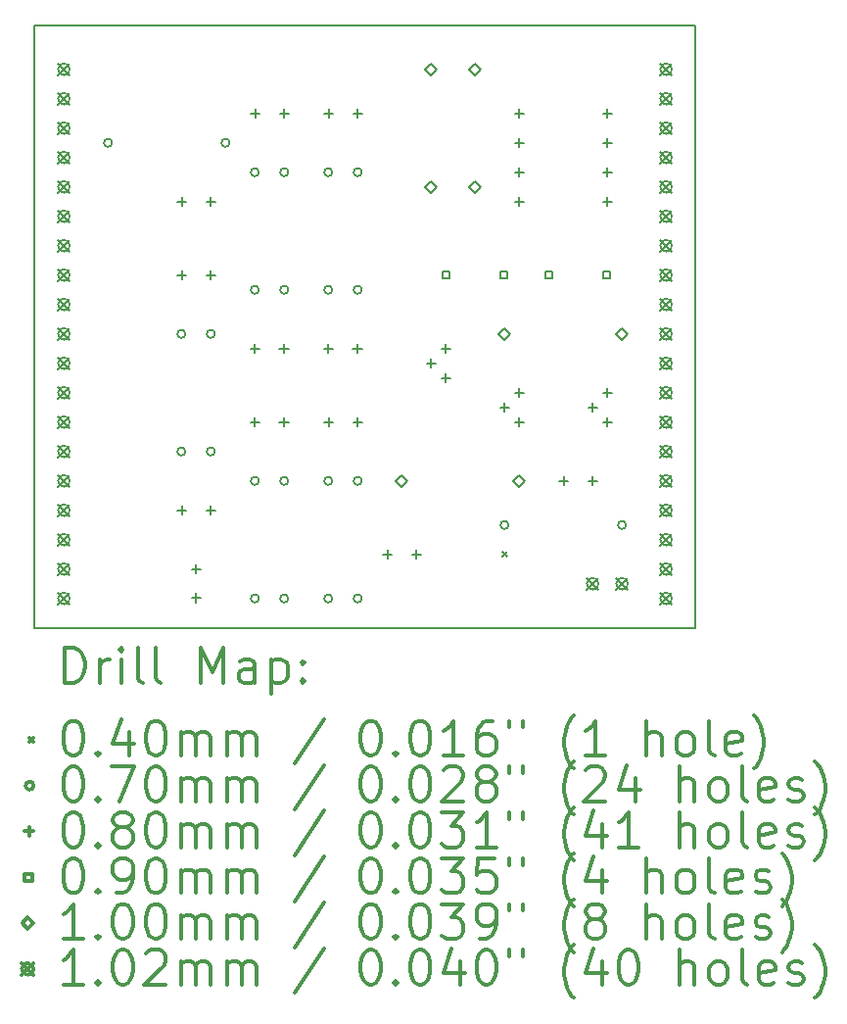
<source format=gbr>
%FSLAX45Y45*%
G04 Gerber Fmt 4.5, Leading zero omitted, Abs format (unit mm)*
G04 Created by KiCad (PCBNEW 4.0.3+e1-6302~38~ubuntu16.04.1-stable) date Thu Aug 25 11:42:16 2016*
%MOMM*%
%LPD*%
G01*
G04 APERTURE LIST*
%ADD10C,0.127000*%
%ADD11C,0.150000*%
%ADD12C,0.200000*%
%ADD13C,0.300000*%
G04 APERTURE END LIST*
D10*
D11*
X12827000Y-3175000D02*
X7112000Y-3175000D01*
X12827000Y-8382000D02*
X12827000Y-3175000D01*
X7112000Y-8382000D02*
X12827000Y-8382000D01*
X7112000Y-3175000D02*
X7112000Y-8382000D01*
D12*
X11156000Y-7727000D02*
X11196000Y-7767000D01*
X11196000Y-7727000D02*
X11156000Y-7767000D01*
X7782104Y-4190746D02*
G75*
G03X7782104Y-4190746I-35052J0D01*
G01*
X8416798Y-5841948D02*
G75*
G03X8416798Y-5841948I-35052J0D01*
G01*
X8416798Y-6857948D02*
G75*
G03X8416798Y-6857948I-35052J0D01*
G01*
X8671306Y-5842052D02*
G75*
G03X8671306Y-5842052I-35052J0D01*
G01*
X8671306Y-6858052D02*
G75*
G03X8671306Y-6858052I-35052J0D01*
G01*
X8798104Y-4190746D02*
G75*
G03X8798104Y-4190746I-35052J0D01*
G01*
X9051798Y-4444948D02*
G75*
G03X9051798Y-4444948I-35052J0D01*
G01*
X9051798Y-5460948D02*
G75*
G03X9051798Y-5460948I-35052J0D01*
G01*
X9052306Y-7112052D02*
G75*
G03X9052306Y-7112052I-35052J0D01*
G01*
X9052306Y-8128052D02*
G75*
G03X9052306Y-8128052I-35052J0D01*
G01*
X9305798Y-7111948D02*
G75*
G03X9305798Y-7111948I-35052J0D01*
G01*
X9305798Y-8127948D02*
G75*
G03X9305798Y-8127948I-35052J0D01*
G01*
X9306306Y-4445052D02*
G75*
G03X9306306Y-4445052I-35052J0D01*
G01*
X9306306Y-5461052D02*
G75*
G03X9306306Y-5461052I-35052J0D01*
G01*
X9686798Y-4444948D02*
G75*
G03X9686798Y-4444948I-35052J0D01*
G01*
X9686798Y-5460948D02*
G75*
G03X9686798Y-5460948I-35052J0D01*
G01*
X9686798Y-7111948D02*
G75*
G03X9686798Y-7111948I-35052J0D01*
G01*
X9686798Y-8127948D02*
G75*
G03X9686798Y-8127948I-35052J0D01*
G01*
X9941306Y-4445052D02*
G75*
G03X9941306Y-4445052I-35052J0D01*
G01*
X9941306Y-5461052D02*
G75*
G03X9941306Y-5461052I-35052J0D01*
G01*
X9941306Y-7112052D02*
G75*
G03X9941306Y-7112052I-35052J0D01*
G01*
X9941306Y-8128052D02*
G75*
G03X9941306Y-8128052I-35052J0D01*
G01*
X11211000Y-7493254D02*
G75*
G03X11211000Y-7493254I-35052J0D01*
G01*
X12227000Y-7493254D02*
G75*
G03X12227000Y-7493254I-35052J0D01*
G01*
X8386000Y-4659000D02*
X8386000Y-4739000D01*
X8346000Y-4699000D02*
X8426000Y-4699000D01*
X8386000Y-5294000D02*
X8386000Y-5374000D01*
X8346000Y-5334000D02*
X8426000Y-5334000D01*
X8386000Y-7326000D02*
X8386000Y-7406000D01*
X8346000Y-7366000D02*
X8426000Y-7366000D01*
X8509000Y-7834000D02*
X8509000Y-7914000D01*
X8469000Y-7874000D02*
X8549000Y-7874000D01*
X8509000Y-8084000D02*
X8509000Y-8164000D01*
X8469000Y-8124000D02*
X8549000Y-8124000D01*
X8636000Y-4659000D02*
X8636000Y-4739000D01*
X8596000Y-4699000D02*
X8676000Y-4699000D01*
X8636000Y-5294000D02*
X8636000Y-5374000D01*
X8596000Y-5334000D02*
X8676000Y-5334000D01*
X8636000Y-7326000D02*
X8636000Y-7406000D01*
X8596000Y-7366000D02*
X8676000Y-7366000D01*
X9017000Y-5929000D02*
X9017000Y-6009000D01*
X8977000Y-5969000D02*
X9057000Y-5969000D01*
X9017000Y-6564000D02*
X9017000Y-6644000D01*
X8977000Y-6604000D02*
X9057000Y-6604000D01*
X9021000Y-3897000D02*
X9021000Y-3977000D01*
X8981000Y-3937000D02*
X9061000Y-3937000D01*
X9267000Y-5929000D02*
X9267000Y-6009000D01*
X9227000Y-5969000D02*
X9307000Y-5969000D01*
X9267000Y-6564000D02*
X9267000Y-6644000D01*
X9227000Y-6604000D02*
X9307000Y-6604000D01*
X9271000Y-3897000D02*
X9271000Y-3977000D01*
X9231000Y-3937000D02*
X9311000Y-3937000D01*
X9652000Y-5929000D02*
X9652000Y-6009000D01*
X9612000Y-5969000D02*
X9692000Y-5969000D01*
X9656000Y-3897000D02*
X9656000Y-3977000D01*
X9616000Y-3937000D02*
X9696000Y-3937000D01*
X9656000Y-6564000D02*
X9656000Y-6644000D01*
X9616000Y-6604000D02*
X9696000Y-6604000D01*
X9902000Y-5929000D02*
X9902000Y-6009000D01*
X9862000Y-5969000D02*
X9942000Y-5969000D01*
X9906000Y-3897000D02*
X9906000Y-3977000D01*
X9866000Y-3937000D02*
X9946000Y-3937000D01*
X9906000Y-6564000D02*
X9906000Y-6644000D01*
X9866000Y-6604000D02*
X9946000Y-6604000D01*
X10164000Y-7707000D02*
X10164000Y-7787000D01*
X10124000Y-7747000D02*
X10204000Y-7747000D01*
X10414000Y-7707000D02*
X10414000Y-7787000D01*
X10374000Y-7747000D02*
X10454000Y-7747000D01*
X10541000Y-6056000D02*
X10541000Y-6136000D01*
X10501000Y-6096000D02*
X10581000Y-6096000D01*
X10668000Y-5929000D02*
X10668000Y-6009000D01*
X10628000Y-5969000D02*
X10708000Y-5969000D01*
X10668000Y-6183000D02*
X10668000Y-6263000D01*
X10628000Y-6223000D02*
X10708000Y-6223000D01*
X11176000Y-6437000D02*
X11176000Y-6517000D01*
X11136000Y-6477000D02*
X11216000Y-6477000D01*
X11303000Y-3897000D02*
X11303000Y-3977000D01*
X11263000Y-3937000D02*
X11343000Y-3937000D01*
X11303000Y-4151000D02*
X11303000Y-4231000D01*
X11263000Y-4191000D02*
X11343000Y-4191000D01*
X11303000Y-4405000D02*
X11303000Y-4485000D01*
X11263000Y-4445000D02*
X11343000Y-4445000D01*
X11303000Y-4659000D02*
X11303000Y-4739000D01*
X11263000Y-4699000D02*
X11343000Y-4699000D01*
X11303000Y-6310000D02*
X11303000Y-6390000D01*
X11263000Y-6350000D02*
X11343000Y-6350000D01*
X11303000Y-6564000D02*
X11303000Y-6644000D01*
X11263000Y-6604000D02*
X11343000Y-6604000D01*
X11688000Y-7072000D02*
X11688000Y-7152000D01*
X11648000Y-7112000D02*
X11728000Y-7112000D01*
X11938000Y-6437000D02*
X11938000Y-6517000D01*
X11898000Y-6477000D02*
X11978000Y-6477000D01*
X11938000Y-7072000D02*
X11938000Y-7152000D01*
X11898000Y-7112000D02*
X11978000Y-7112000D01*
X12065000Y-3897000D02*
X12065000Y-3977000D01*
X12025000Y-3937000D02*
X12105000Y-3937000D01*
X12065000Y-4151000D02*
X12065000Y-4231000D01*
X12025000Y-4191000D02*
X12105000Y-4191000D01*
X12065000Y-4405000D02*
X12065000Y-4485000D01*
X12025000Y-4445000D02*
X12105000Y-4445000D01*
X12065000Y-4659000D02*
X12065000Y-4739000D01*
X12025000Y-4699000D02*
X12105000Y-4699000D01*
X12065000Y-6310000D02*
X12065000Y-6390000D01*
X12025000Y-6350000D02*
X12105000Y-6350000D01*
X12065000Y-6564000D02*
X12065000Y-6644000D01*
X12025000Y-6604000D02*
X12105000Y-6604000D01*
X10699820Y-5365820D02*
X10699820Y-5302180D01*
X10636180Y-5302180D01*
X10636180Y-5365820D01*
X10699820Y-5365820D01*
X11199820Y-5365820D02*
X11199820Y-5302180D01*
X11136180Y-5302180D01*
X11136180Y-5365820D01*
X11199820Y-5365820D01*
X11588820Y-5365820D02*
X11588820Y-5302180D01*
X11525180Y-5302180D01*
X11525180Y-5365820D01*
X11588820Y-5365820D01*
X12088820Y-5365820D02*
X12088820Y-5302180D01*
X12025180Y-5302180D01*
X12025180Y-5365820D01*
X12088820Y-5365820D01*
X10287000Y-7162038D02*
X10337038Y-7112000D01*
X10287000Y-7061962D01*
X10236962Y-7112000D01*
X10287000Y-7162038D01*
X10541000Y-3606038D02*
X10591038Y-3556000D01*
X10541000Y-3505962D01*
X10490962Y-3556000D01*
X10541000Y-3606038D01*
X10541000Y-4622038D02*
X10591038Y-4572000D01*
X10541000Y-4521962D01*
X10490962Y-4572000D01*
X10541000Y-4622038D01*
X10922000Y-3606038D02*
X10972038Y-3556000D01*
X10922000Y-3505962D01*
X10871962Y-3556000D01*
X10922000Y-3606038D01*
X10922000Y-4622038D02*
X10972038Y-4572000D01*
X10922000Y-4521962D01*
X10871962Y-4572000D01*
X10922000Y-4622038D01*
X11176000Y-5892038D02*
X11226038Y-5842000D01*
X11176000Y-5791962D01*
X11125962Y-5842000D01*
X11176000Y-5892038D01*
X11303000Y-7162038D02*
X11353038Y-7112000D01*
X11303000Y-7061962D01*
X11252962Y-7112000D01*
X11303000Y-7162038D01*
X12192000Y-5892038D02*
X12242038Y-5842000D01*
X12192000Y-5791962D01*
X12141962Y-5842000D01*
X12192000Y-5892038D01*
X7315200Y-3505200D02*
X7416800Y-3606800D01*
X7416800Y-3505200D02*
X7315200Y-3606800D01*
X7416800Y-3556000D02*
G75*
G03X7416800Y-3556000I-50800J0D01*
G01*
X7315200Y-3759200D02*
X7416800Y-3860800D01*
X7416800Y-3759200D02*
X7315200Y-3860800D01*
X7416800Y-3810000D02*
G75*
G03X7416800Y-3810000I-50800J0D01*
G01*
X7315200Y-4013200D02*
X7416800Y-4114800D01*
X7416800Y-4013200D02*
X7315200Y-4114800D01*
X7416800Y-4064000D02*
G75*
G03X7416800Y-4064000I-50800J0D01*
G01*
X7315200Y-4267200D02*
X7416800Y-4368800D01*
X7416800Y-4267200D02*
X7315200Y-4368800D01*
X7416800Y-4318000D02*
G75*
G03X7416800Y-4318000I-50800J0D01*
G01*
X7315200Y-4521200D02*
X7416800Y-4622800D01*
X7416800Y-4521200D02*
X7315200Y-4622800D01*
X7416800Y-4572000D02*
G75*
G03X7416800Y-4572000I-50800J0D01*
G01*
X7315200Y-4775200D02*
X7416800Y-4876800D01*
X7416800Y-4775200D02*
X7315200Y-4876800D01*
X7416800Y-4826000D02*
G75*
G03X7416800Y-4826000I-50800J0D01*
G01*
X7315200Y-5029200D02*
X7416800Y-5130800D01*
X7416800Y-5029200D02*
X7315200Y-5130800D01*
X7416800Y-5080000D02*
G75*
G03X7416800Y-5080000I-50800J0D01*
G01*
X7315200Y-5283200D02*
X7416800Y-5384800D01*
X7416800Y-5283200D02*
X7315200Y-5384800D01*
X7416800Y-5334000D02*
G75*
G03X7416800Y-5334000I-50800J0D01*
G01*
X7315200Y-5537200D02*
X7416800Y-5638800D01*
X7416800Y-5537200D02*
X7315200Y-5638800D01*
X7416800Y-5588000D02*
G75*
G03X7416800Y-5588000I-50800J0D01*
G01*
X7315200Y-5791200D02*
X7416800Y-5892800D01*
X7416800Y-5791200D02*
X7315200Y-5892800D01*
X7416800Y-5842000D02*
G75*
G03X7416800Y-5842000I-50800J0D01*
G01*
X7315200Y-6045200D02*
X7416800Y-6146800D01*
X7416800Y-6045200D02*
X7315200Y-6146800D01*
X7416800Y-6096000D02*
G75*
G03X7416800Y-6096000I-50800J0D01*
G01*
X7315200Y-6299200D02*
X7416800Y-6400800D01*
X7416800Y-6299200D02*
X7315200Y-6400800D01*
X7416800Y-6350000D02*
G75*
G03X7416800Y-6350000I-50800J0D01*
G01*
X7315200Y-6553200D02*
X7416800Y-6654800D01*
X7416800Y-6553200D02*
X7315200Y-6654800D01*
X7416800Y-6604000D02*
G75*
G03X7416800Y-6604000I-50800J0D01*
G01*
X7315200Y-6807200D02*
X7416800Y-6908800D01*
X7416800Y-6807200D02*
X7315200Y-6908800D01*
X7416800Y-6858000D02*
G75*
G03X7416800Y-6858000I-50800J0D01*
G01*
X7315200Y-7061200D02*
X7416800Y-7162800D01*
X7416800Y-7061200D02*
X7315200Y-7162800D01*
X7416800Y-7112000D02*
G75*
G03X7416800Y-7112000I-50800J0D01*
G01*
X7315200Y-7315200D02*
X7416800Y-7416800D01*
X7416800Y-7315200D02*
X7315200Y-7416800D01*
X7416800Y-7366000D02*
G75*
G03X7416800Y-7366000I-50800J0D01*
G01*
X7315200Y-7569200D02*
X7416800Y-7670800D01*
X7416800Y-7569200D02*
X7315200Y-7670800D01*
X7416800Y-7620000D02*
G75*
G03X7416800Y-7620000I-50800J0D01*
G01*
X7315200Y-7823200D02*
X7416800Y-7924800D01*
X7416800Y-7823200D02*
X7315200Y-7924800D01*
X7416800Y-7874000D02*
G75*
G03X7416800Y-7874000I-50800J0D01*
G01*
X7315200Y-8077200D02*
X7416800Y-8178800D01*
X7416800Y-8077200D02*
X7315200Y-8178800D01*
X7416800Y-8128000D02*
G75*
G03X7416800Y-8128000I-50800J0D01*
G01*
X11887200Y-7950200D02*
X11988800Y-8051800D01*
X11988800Y-7950200D02*
X11887200Y-8051800D01*
X11988800Y-8001000D02*
G75*
G03X11988800Y-8001000I-50800J0D01*
G01*
X12141200Y-7950200D02*
X12242800Y-8051800D01*
X12242800Y-7950200D02*
X12141200Y-8051800D01*
X12242800Y-8001000D02*
G75*
G03X12242800Y-8001000I-50800J0D01*
G01*
X12522200Y-3505200D02*
X12623800Y-3606800D01*
X12623800Y-3505200D02*
X12522200Y-3606800D01*
X12623800Y-3556000D02*
G75*
G03X12623800Y-3556000I-50800J0D01*
G01*
X12522200Y-3759200D02*
X12623800Y-3860800D01*
X12623800Y-3759200D02*
X12522200Y-3860800D01*
X12623800Y-3810000D02*
G75*
G03X12623800Y-3810000I-50800J0D01*
G01*
X12522200Y-4013200D02*
X12623800Y-4114800D01*
X12623800Y-4013200D02*
X12522200Y-4114800D01*
X12623800Y-4064000D02*
G75*
G03X12623800Y-4064000I-50800J0D01*
G01*
X12522200Y-4267200D02*
X12623800Y-4368800D01*
X12623800Y-4267200D02*
X12522200Y-4368800D01*
X12623800Y-4318000D02*
G75*
G03X12623800Y-4318000I-50800J0D01*
G01*
X12522200Y-4521200D02*
X12623800Y-4622800D01*
X12623800Y-4521200D02*
X12522200Y-4622800D01*
X12623800Y-4572000D02*
G75*
G03X12623800Y-4572000I-50800J0D01*
G01*
X12522200Y-4775200D02*
X12623800Y-4876800D01*
X12623800Y-4775200D02*
X12522200Y-4876800D01*
X12623800Y-4826000D02*
G75*
G03X12623800Y-4826000I-50800J0D01*
G01*
X12522200Y-5029200D02*
X12623800Y-5130800D01*
X12623800Y-5029200D02*
X12522200Y-5130800D01*
X12623800Y-5080000D02*
G75*
G03X12623800Y-5080000I-50800J0D01*
G01*
X12522200Y-5283200D02*
X12623800Y-5384800D01*
X12623800Y-5283200D02*
X12522200Y-5384800D01*
X12623800Y-5334000D02*
G75*
G03X12623800Y-5334000I-50800J0D01*
G01*
X12522200Y-5537200D02*
X12623800Y-5638800D01*
X12623800Y-5537200D02*
X12522200Y-5638800D01*
X12623800Y-5588000D02*
G75*
G03X12623800Y-5588000I-50800J0D01*
G01*
X12522200Y-5791200D02*
X12623800Y-5892800D01*
X12623800Y-5791200D02*
X12522200Y-5892800D01*
X12623800Y-5842000D02*
G75*
G03X12623800Y-5842000I-50800J0D01*
G01*
X12522200Y-6045200D02*
X12623800Y-6146800D01*
X12623800Y-6045200D02*
X12522200Y-6146800D01*
X12623800Y-6096000D02*
G75*
G03X12623800Y-6096000I-50800J0D01*
G01*
X12522200Y-6299200D02*
X12623800Y-6400800D01*
X12623800Y-6299200D02*
X12522200Y-6400800D01*
X12623800Y-6350000D02*
G75*
G03X12623800Y-6350000I-50800J0D01*
G01*
X12522200Y-6553200D02*
X12623800Y-6654800D01*
X12623800Y-6553200D02*
X12522200Y-6654800D01*
X12623800Y-6604000D02*
G75*
G03X12623800Y-6604000I-50800J0D01*
G01*
X12522200Y-6807200D02*
X12623800Y-6908800D01*
X12623800Y-6807200D02*
X12522200Y-6908800D01*
X12623800Y-6858000D02*
G75*
G03X12623800Y-6858000I-50800J0D01*
G01*
X12522200Y-7061200D02*
X12623800Y-7162800D01*
X12623800Y-7061200D02*
X12522200Y-7162800D01*
X12623800Y-7112000D02*
G75*
G03X12623800Y-7112000I-50800J0D01*
G01*
X12522200Y-7315200D02*
X12623800Y-7416800D01*
X12623800Y-7315200D02*
X12522200Y-7416800D01*
X12623800Y-7366000D02*
G75*
G03X12623800Y-7366000I-50800J0D01*
G01*
X12522200Y-7569200D02*
X12623800Y-7670800D01*
X12623800Y-7569200D02*
X12522200Y-7670800D01*
X12623800Y-7620000D02*
G75*
G03X12623800Y-7620000I-50800J0D01*
G01*
X12522200Y-7823200D02*
X12623800Y-7924800D01*
X12623800Y-7823200D02*
X12522200Y-7924800D01*
X12623800Y-7874000D02*
G75*
G03X12623800Y-7874000I-50800J0D01*
G01*
X12522200Y-8077200D02*
X12623800Y-8178800D01*
X12623800Y-8077200D02*
X12522200Y-8178800D01*
X12623800Y-8128000D02*
G75*
G03X12623800Y-8128000I-50800J0D01*
G01*
D13*
X7375928Y-8855214D02*
X7375928Y-8555214D01*
X7447357Y-8555214D01*
X7490214Y-8569500D01*
X7518786Y-8598072D01*
X7533071Y-8626643D01*
X7547357Y-8683786D01*
X7547357Y-8726643D01*
X7533071Y-8783786D01*
X7518786Y-8812357D01*
X7490214Y-8840929D01*
X7447357Y-8855214D01*
X7375928Y-8855214D01*
X7675928Y-8855214D02*
X7675928Y-8655214D01*
X7675928Y-8712357D02*
X7690214Y-8683786D01*
X7704500Y-8669500D01*
X7733071Y-8655214D01*
X7761643Y-8655214D01*
X7861643Y-8855214D02*
X7861643Y-8655214D01*
X7861643Y-8555214D02*
X7847357Y-8569500D01*
X7861643Y-8583786D01*
X7875928Y-8569500D01*
X7861643Y-8555214D01*
X7861643Y-8583786D01*
X8047357Y-8855214D02*
X8018786Y-8840929D01*
X8004500Y-8812357D01*
X8004500Y-8555214D01*
X8204500Y-8855214D02*
X8175928Y-8840929D01*
X8161643Y-8812357D01*
X8161643Y-8555214D01*
X8547357Y-8855214D02*
X8547357Y-8555214D01*
X8647357Y-8769500D01*
X8747357Y-8555214D01*
X8747357Y-8855214D01*
X9018786Y-8855214D02*
X9018786Y-8698072D01*
X9004500Y-8669500D01*
X8975929Y-8655214D01*
X8918786Y-8655214D01*
X8890214Y-8669500D01*
X9018786Y-8840929D02*
X8990214Y-8855214D01*
X8918786Y-8855214D01*
X8890214Y-8840929D01*
X8875929Y-8812357D01*
X8875929Y-8783786D01*
X8890214Y-8755214D01*
X8918786Y-8740929D01*
X8990214Y-8740929D01*
X9018786Y-8726643D01*
X9161643Y-8655214D02*
X9161643Y-8955214D01*
X9161643Y-8669500D02*
X9190214Y-8655214D01*
X9247357Y-8655214D01*
X9275929Y-8669500D01*
X9290214Y-8683786D01*
X9304500Y-8712357D01*
X9304500Y-8798072D01*
X9290214Y-8826643D01*
X9275929Y-8840929D01*
X9247357Y-8855214D01*
X9190214Y-8855214D01*
X9161643Y-8840929D01*
X9433071Y-8826643D02*
X9447357Y-8840929D01*
X9433071Y-8855214D01*
X9418786Y-8840929D01*
X9433071Y-8826643D01*
X9433071Y-8855214D01*
X9433071Y-8669500D02*
X9447357Y-8683786D01*
X9433071Y-8698072D01*
X9418786Y-8683786D01*
X9433071Y-8669500D01*
X9433071Y-8698072D01*
X7064500Y-9329500D02*
X7104500Y-9369500D01*
X7104500Y-9329500D02*
X7064500Y-9369500D01*
X7433071Y-9185214D02*
X7461643Y-9185214D01*
X7490214Y-9199500D01*
X7504500Y-9213786D01*
X7518786Y-9242357D01*
X7533071Y-9299500D01*
X7533071Y-9370929D01*
X7518786Y-9428072D01*
X7504500Y-9456643D01*
X7490214Y-9470929D01*
X7461643Y-9485214D01*
X7433071Y-9485214D01*
X7404500Y-9470929D01*
X7390214Y-9456643D01*
X7375928Y-9428072D01*
X7361643Y-9370929D01*
X7361643Y-9299500D01*
X7375928Y-9242357D01*
X7390214Y-9213786D01*
X7404500Y-9199500D01*
X7433071Y-9185214D01*
X7661643Y-9456643D02*
X7675928Y-9470929D01*
X7661643Y-9485214D01*
X7647357Y-9470929D01*
X7661643Y-9456643D01*
X7661643Y-9485214D01*
X7933071Y-9285214D02*
X7933071Y-9485214D01*
X7861643Y-9170929D02*
X7790214Y-9385214D01*
X7975928Y-9385214D01*
X8147357Y-9185214D02*
X8175928Y-9185214D01*
X8204500Y-9199500D01*
X8218786Y-9213786D01*
X8233071Y-9242357D01*
X8247357Y-9299500D01*
X8247357Y-9370929D01*
X8233071Y-9428072D01*
X8218786Y-9456643D01*
X8204500Y-9470929D01*
X8175928Y-9485214D01*
X8147357Y-9485214D01*
X8118786Y-9470929D01*
X8104500Y-9456643D01*
X8090214Y-9428072D01*
X8075928Y-9370929D01*
X8075928Y-9299500D01*
X8090214Y-9242357D01*
X8104500Y-9213786D01*
X8118786Y-9199500D01*
X8147357Y-9185214D01*
X8375928Y-9485214D02*
X8375928Y-9285214D01*
X8375928Y-9313786D02*
X8390214Y-9299500D01*
X8418786Y-9285214D01*
X8461643Y-9285214D01*
X8490214Y-9299500D01*
X8504500Y-9328072D01*
X8504500Y-9485214D01*
X8504500Y-9328072D02*
X8518786Y-9299500D01*
X8547357Y-9285214D01*
X8590214Y-9285214D01*
X8618786Y-9299500D01*
X8633071Y-9328072D01*
X8633071Y-9485214D01*
X8775929Y-9485214D02*
X8775929Y-9285214D01*
X8775929Y-9313786D02*
X8790214Y-9299500D01*
X8818786Y-9285214D01*
X8861643Y-9285214D01*
X8890214Y-9299500D01*
X8904500Y-9328072D01*
X8904500Y-9485214D01*
X8904500Y-9328072D02*
X8918786Y-9299500D01*
X8947357Y-9285214D01*
X8990214Y-9285214D01*
X9018786Y-9299500D01*
X9033071Y-9328072D01*
X9033071Y-9485214D01*
X9618786Y-9170929D02*
X9361643Y-9556643D01*
X10004500Y-9185214D02*
X10033071Y-9185214D01*
X10061643Y-9199500D01*
X10075928Y-9213786D01*
X10090214Y-9242357D01*
X10104500Y-9299500D01*
X10104500Y-9370929D01*
X10090214Y-9428072D01*
X10075928Y-9456643D01*
X10061643Y-9470929D01*
X10033071Y-9485214D01*
X10004500Y-9485214D01*
X9975928Y-9470929D01*
X9961643Y-9456643D01*
X9947357Y-9428072D01*
X9933071Y-9370929D01*
X9933071Y-9299500D01*
X9947357Y-9242357D01*
X9961643Y-9213786D01*
X9975928Y-9199500D01*
X10004500Y-9185214D01*
X10233071Y-9456643D02*
X10247357Y-9470929D01*
X10233071Y-9485214D01*
X10218786Y-9470929D01*
X10233071Y-9456643D01*
X10233071Y-9485214D01*
X10433071Y-9185214D02*
X10461643Y-9185214D01*
X10490214Y-9199500D01*
X10504500Y-9213786D01*
X10518786Y-9242357D01*
X10533071Y-9299500D01*
X10533071Y-9370929D01*
X10518786Y-9428072D01*
X10504500Y-9456643D01*
X10490214Y-9470929D01*
X10461643Y-9485214D01*
X10433071Y-9485214D01*
X10404500Y-9470929D01*
X10390214Y-9456643D01*
X10375928Y-9428072D01*
X10361643Y-9370929D01*
X10361643Y-9299500D01*
X10375928Y-9242357D01*
X10390214Y-9213786D01*
X10404500Y-9199500D01*
X10433071Y-9185214D01*
X10818786Y-9485214D02*
X10647357Y-9485214D01*
X10733071Y-9485214D02*
X10733071Y-9185214D01*
X10704500Y-9228072D01*
X10675928Y-9256643D01*
X10647357Y-9270929D01*
X11075928Y-9185214D02*
X11018786Y-9185214D01*
X10990214Y-9199500D01*
X10975928Y-9213786D01*
X10947357Y-9256643D01*
X10933071Y-9313786D01*
X10933071Y-9428072D01*
X10947357Y-9456643D01*
X10961643Y-9470929D01*
X10990214Y-9485214D01*
X11047357Y-9485214D01*
X11075928Y-9470929D01*
X11090214Y-9456643D01*
X11104500Y-9428072D01*
X11104500Y-9356643D01*
X11090214Y-9328072D01*
X11075928Y-9313786D01*
X11047357Y-9299500D01*
X10990214Y-9299500D01*
X10961643Y-9313786D01*
X10947357Y-9328072D01*
X10933071Y-9356643D01*
X11218786Y-9185214D02*
X11218786Y-9242357D01*
X11333071Y-9185214D02*
X11333071Y-9242357D01*
X11775928Y-9599500D02*
X11761643Y-9585214D01*
X11733071Y-9542357D01*
X11718785Y-9513786D01*
X11704500Y-9470929D01*
X11690214Y-9399500D01*
X11690214Y-9342357D01*
X11704500Y-9270929D01*
X11718785Y-9228072D01*
X11733071Y-9199500D01*
X11761643Y-9156643D01*
X11775928Y-9142357D01*
X12047357Y-9485214D02*
X11875928Y-9485214D01*
X11961643Y-9485214D02*
X11961643Y-9185214D01*
X11933071Y-9228072D01*
X11904500Y-9256643D01*
X11875928Y-9270929D01*
X12404500Y-9485214D02*
X12404500Y-9185214D01*
X12533071Y-9485214D02*
X12533071Y-9328072D01*
X12518785Y-9299500D01*
X12490214Y-9285214D01*
X12447357Y-9285214D01*
X12418785Y-9299500D01*
X12404500Y-9313786D01*
X12718785Y-9485214D02*
X12690214Y-9470929D01*
X12675928Y-9456643D01*
X12661643Y-9428072D01*
X12661643Y-9342357D01*
X12675928Y-9313786D01*
X12690214Y-9299500D01*
X12718785Y-9285214D01*
X12761643Y-9285214D01*
X12790214Y-9299500D01*
X12804500Y-9313786D01*
X12818785Y-9342357D01*
X12818785Y-9428072D01*
X12804500Y-9456643D01*
X12790214Y-9470929D01*
X12761643Y-9485214D01*
X12718785Y-9485214D01*
X12990214Y-9485214D02*
X12961643Y-9470929D01*
X12947357Y-9442357D01*
X12947357Y-9185214D01*
X13218786Y-9470929D02*
X13190214Y-9485214D01*
X13133071Y-9485214D01*
X13104500Y-9470929D01*
X13090214Y-9442357D01*
X13090214Y-9328072D01*
X13104500Y-9299500D01*
X13133071Y-9285214D01*
X13190214Y-9285214D01*
X13218786Y-9299500D01*
X13233071Y-9328072D01*
X13233071Y-9356643D01*
X13090214Y-9385214D01*
X13333071Y-9599500D02*
X13347357Y-9585214D01*
X13375928Y-9542357D01*
X13390214Y-9513786D01*
X13404500Y-9470929D01*
X13418786Y-9399500D01*
X13418786Y-9342357D01*
X13404500Y-9270929D01*
X13390214Y-9228072D01*
X13375928Y-9199500D01*
X13347357Y-9156643D01*
X13333071Y-9142357D01*
X7104500Y-9745500D02*
G75*
G03X7104500Y-9745500I-35052J0D01*
G01*
X7433071Y-9581214D02*
X7461643Y-9581214D01*
X7490214Y-9595500D01*
X7504500Y-9609786D01*
X7518786Y-9638357D01*
X7533071Y-9695500D01*
X7533071Y-9766929D01*
X7518786Y-9824072D01*
X7504500Y-9852643D01*
X7490214Y-9866929D01*
X7461643Y-9881214D01*
X7433071Y-9881214D01*
X7404500Y-9866929D01*
X7390214Y-9852643D01*
X7375928Y-9824072D01*
X7361643Y-9766929D01*
X7361643Y-9695500D01*
X7375928Y-9638357D01*
X7390214Y-9609786D01*
X7404500Y-9595500D01*
X7433071Y-9581214D01*
X7661643Y-9852643D02*
X7675928Y-9866929D01*
X7661643Y-9881214D01*
X7647357Y-9866929D01*
X7661643Y-9852643D01*
X7661643Y-9881214D01*
X7775928Y-9581214D02*
X7975928Y-9581214D01*
X7847357Y-9881214D01*
X8147357Y-9581214D02*
X8175928Y-9581214D01*
X8204500Y-9595500D01*
X8218786Y-9609786D01*
X8233071Y-9638357D01*
X8247357Y-9695500D01*
X8247357Y-9766929D01*
X8233071Y-9824072D01*
X8218786Y-9852643D01*
X8204500Y-9866929D01*
X8175928Y-9881214D01*
X8147357Y-9881214D01*
X8118786Y-9866929D01*
X8104500Y-9852643D01*
X8090214Y-9824072D01*
X8075928Y-9766929D01*
X8075928Y-9695500D01*
X8090214Y-9638357D01*
X8104500Y-9609786D01*
X8118786Y-9595500D01*
X8147357Y-9581214D01*
X8375928Y-9881214D02*
X8375928Y-9681214D01*
X8375928Y-9709786D02*
X8390214Y-9695500D01*
X8418786Y-9681214D01*
X8461643Y-9681214D01*
X8490214Y-9695500D01*
X8504500Y-9724072D01*
X8504500Y-9881214D01*
X8504500Y-9724072D02*
X8518786Y-9695500D01*
X8547357Y-9681214D01*
X8590214Y-9681214D01*
X8618786Y-9695500D01*
X8633071Y-9724072D01*
X8633071Y-9881214D01*
X8775929Y-9881214D02*
X8775929Y-9681214D01*
X8775929Y-9709786D02*
X8790214Y-9695500D01*
X8818786Y-9681214D01*
X8861643Y-9681214D01*
X8890214Y-9695500D01*
X8904500Y-9724072D01*
X8904500Y-9881214D01*
X8904500Y-9724072D02*
X8918786Y-9695500D01*
X8947357Y-9681214D01*
X8990214Y-9681214D01*
X9018786Y-9695500D01*
X9033071Y-9724072D01*
X9033071Y-9881214D01*
X9618786Y-9566929D02*
X9361643Y-9952643D01*
X10004500Y-9581214D02*
X10033071Y-9581214D01*
X10061643Y-9595500D01*
X10075928Y-9609786D01*
X10090214Y-9638357D01*
X10104500Y-9695500D01*
X10104500Y-9766929D01*
X10090214Y-9824072D01*
X10075928Y-9852643D01*
X10061643Y-9866929D01*
X10033071Y-9881214D01*
X10004500Y-9881214D01*
X9975928Y-9866929D01*
X9961643Y-9852643D01*
X9947357Y-9824072D01*
X9933071Y-9766929D01*
X9933071Y-9695500D01*
X9947357Y-9638357D01*
X9961643Y-9609786D01*
X9975928Y-9595500D01*
X10004500Y-9581214D01*
X10233071Y-9852643D02*
X10247357Y-9866929D01*
X10233071Y-9881214D01*
X10218786Y-9866929D01*
X10233071Y-9852643D01*
X10233071Y-9881214D01*
X10433071Y-9581214D02*
X10461643Y-9581214D01*
X10490214Y-9595500D01*
X10504500Y-9609786D01*
X10518786Y-9638357D01*
X10533071Y-9695500D01*
X10533071Y-9766929D01*
X10518786Y-9824072D01*
X10504500Y-9852643D01*
X10490214Y-9866929D01*
X10461643Y-9881214D01*
X10433071Y-9881214D01*
X10404500Y-9866929D01*
X10390214Y-9852643D01*
X10375928Y-9824072D01*
X10361643Y-9766929D01*
X10361643Y-9695500D01*
X10375928Y-9638357D01*
X10390214Y-9609786D01*
X10404500Y-9595500D01*
X10433071Y-9581214D01*
X10647357Y-9609786D02*
X10661643Y-9595500D01*
X10690214Y-9581214D01*
X10761643Y-9581214D01*
X10790214Y-9595500D01*
X10804500Y-9609786D01*
X10818786Y-9638357D01*
X10818786Y-9666929D01*
X10804500Y-9709786D01*
X10633071Y-9881214D01*
X10818786Y-9881214D01*
X10990214Y-9709786D02*
X10961643Y-9695500D01*
X10947357Y-9681214D01*
X10933071Y-9652643D01*
X10933071Y-9638357D01*
X10947357Y-9609786D01*
X10961643Y-9595500D01*
X10990214Y-9581214D01*
X11047357Y-9581214D01*
X11075928Y-9595500D01*
X11090214Y-9609786D01*
X11104500Y-9638357D01*
X11104500Y-9652643D01*
X11090214Y-9681214D01*
X11075928Y-9695500D01*
X11047357Y-9709786D01*
X10990214Y-9709786D01*
X10961643Y-9724072D01*
X10947357Y-9738357D01*
X10933071Y-9766929D01*
X10933071Y-9824072D01*
X10947357Y-9852643D01*
X10961643Y-9866929D01*
X10990214Y-9881214D01*
X11047357Y-9881214D01*
X11075928Y-9866929D01*
X11090214Y-9852643D01*
X11104500Y-9824072D01*
X11104500Y-9766929D01*
X11090214Y-9738357D01*
X11075928Y-9724072D01*
X11047357Y-9709786D01*
X11218786Y-9581214D02*
X11218786Y-9638357D01*
X11333071Y-9581214D02*
X11333071Y-9638357D01*
X11775928Y-9995500D02*
X11761643Y-9981214D01*
X11733071Y-9938357D01*
X11718785Y-9909786D01*
X11704500Y-9866929D01*
X11690214Y-9795500D01*
X11690214Y-9738357D01*
X11704500Y-9666929D01*
X11718785Y-9624072D01*
X11733071Y-9595500D01*
X11761643Y-9552643D01*
X11775928Y-9538357D01*
X11875928Y-9609786D02*
X11890214Y-9595500D01*
X11918785Y-9581214D01*
X11990214Y-9581214D01*
X12018785Y-9595500D01*
X12033071Y-9609786D01*
X12047357Y-9638357D01*
X12047357Y-9666929D01*
X12033071Y-9709786D01*
X11861643Y-9881214D01*
X12047357Y-9881214D01*
X12304500Y-9681214D02*
X12304500Y-9881214D01*
X12233071Y-9566929D02*
X12161643Y-9781214D01*
X12347357Y-9781214D01*
X12690214Y-9881214D02*
X12690214Y-9581214D01*
X12818785Y-9881214D02*
X12818785Y-9724072D01*
X12804500Y-9695500D01*
X12775928Y-9681214D01*
X12733071Y-9681214D01*
X12704500Y-9695500D01*
X12690214Y-9709786D01*
X13004500Y-9881214D02*
X12975928Y-9866929D01*
X12961643Y-9852643D01*
X12947357Y-9824072D01*
X12947357Y-9738357D01*
X12961643Y-9709786D01*
X12975928Y-9695500D01*
X13004500Y-9681214D01*
X13047357Y-9681214D01*
X13075928Y-9695500D01*
X13090214Y-9709786D01*
X13104500Y-9738357D01*
X13104500Y-9824072D01*
X13090214Y-9852643D01*
X13075928Y-9866929D01*
X13047357Y-9881214D01*
X13004500Y-9881214D01*
X13275928Y-9881214D02*
X13247357Y-9866929D01*
X13233071Y-9838357D01*
X13233071Y-9581214D01*
X13504500Y-9866929D02*
X13475928Y-9881214D01*
X13418786Y-9881214D01*
X13390214Y-9866929D01*
X13375928Y-9838357D01*
X13375928Y-9724072D01*
X13390214Y-9695500D01*
X13418786Y-9681214D01*
X13475928Y-9681214D01*
X13504500Y-9695500D01*
X13518786Y-9724072D01*
X13518786Y-9752643D01*
X13375928Y-9781214D01*
X13633071Y-9866929D02*
X13661643Y-9881214D01*
X13718786Y-9881214D01*
X13747357Y-9866929D01*
X13761643Y-9838357D01*
X13761643Y-9824072D01*
X13747357Y-9795500D01*
X13718786Y-9781214D01*
X13675928Y-9781214D01*
X13647357Y-9766929D01*
X13633071Y-9738357D01*
X13633071Y-9724072D01*
X13647357Y-9695500D01*
X13675928Y-9681214D01*
X13718786Y-9681214D01*
X13747357Y-9695500D01*
X13861643Y-9995500D02*
X13875928Y-9981214D01*
X13904500Y-9938357D01*
X13918786Y-9909786D01*
X13933071Y-9866929D01*
X13947357Y-9795500D01*
X13947357Y-9738357D01*
X13933071Y-9666929D01*
X13918786Y-9624072D01*
X13904500Y-9595500D01*
X13875928Y-9552643D01*
X13861643Y-9538357D01*
X7064500Y-10101500D02*
X7064500Y-10181500D01*
X7024500Y-10141500D02*
X7104500Y-10141500D01*
X7433071Y-9977214D02*
X7461643Y-9977214D01*
X7490214Y-9991500D01*
X7504500Y-10005786D01*
X7518786Y-10034357D01*
X7533071Y-10091500D01*
X7533071Y-10162929D01*
X7518786Y-10220072D01*
X7504500Y-10248643D01*
X7490214Y-10262929D01*
X7461643Y-10277214D01*
X7433071Y-10277214D01*
X7404500Y-10262929D01*
X7390214Y-10248643D01*
X7375928Y-10220072D01*
X7361643Y-10162929D01*
X7361643Y-10091500D01*
X7375928Y-10034357D01*
X7390214Y-10005786D01*
X7404500Y-9991500D01*
X7433071Y-9977214D01*
X7661643Y-10248643D02*
X7675928Y-10262929D01*
X7661643Y-10277214D01*
X7647357Y-10262929D01*
X7661643Y-10248643D01*
X7661643Y-10277214D01*
X7847357Y-10105786D02*
X7818786Y-10091500D01*
X7804500Y-10077214D01*
X7790214Y-10048643D01*
X7790214Y-10034357D01*
X7804500Y-10005786D01*
X7818786Y-9991500D01*
X7847357Y-9977214D01*
X7904500Y-9977214D01*
X7933071Y-9991500D01*
X7947357Y-10005786D01*
X7961643Y-10034357D01*
X7961643Y-10048643D01*
X7947357Y-10077214D01*
X7933071Y-10091500D01*
X7904500Y-10105786D01*
X7847357Y-10105786D01*
X7818786Y-10120072D01*
X7804500Y-10134357D01*
X7790214Y-10162929D01*
X7790214Y-10220072D01*
X7804500Y-10248643D01*
X7818786Y-10262929D01*
X7847357Y-10277214D01*
X7904500Y-10277214D01*
X7933071Y-10262929D01*
X7947357Y-10248643D01*
X7961643Y-10220072D01*
X7961643Y-10162929D01*
X7947357Y-10134357D01*
X7933071Y-10120072D01*
X7904500Y-10105786D01*
X8147357Y-9977214D02*
X8175928Y-9977214D01*
X8204500Y-9991500D01*
X8218786Y-10005786D01*
X8233071Y-10034357D01*
X8247357Y-10091500D01*
X8247357Y-10162929D01*
X8233071Y-10220072D01*
X8218786Y-10248643D01*
X8204500Y-10262929D01*
X8175928Y-10277214D01*
X8147357Y-10277214D01*
X8118786Y-10262929D01*
X8104500Y-10248643D01*
X8090214Y-10220072D01*
X8075928Y-10162929D01*
X8075928Y-10091500D01*
X8090214Y-10034357D01*
X8104500Y-10005786D01*
X8118786Y-9991500D01*
X8147357Y-9977214D01*
X8375928Y-10277214D02*
X8375928Y-10077214D01*
X8375928Y-10105786D02*
X8390214Y-10091500D01*
X8418786Y-10077214D01*
X8461643Y-10077214D01*
X8490214Y-10091500D01*
X8504500Y-10120072D01*
X8504500Y-10277214D01*
X8504500Y-10120072D02*
X8518786Y-10091500D01*
X8547357Y-10077214D01*
X8590214Y-10077214D01*
X8618786Y-10091500D01*
X8633071Y-10120072D01*
X8633071Y-10277214D01*
X8775929Y-10277214D02*
X8775929Y-10077214D01*
X8775929Y-10105786D02*
X8790214Y-10091500D01*
X8818786Y-10077214D01*
X8861643Y-10077214D01*
X8890214Y-10091500D01*
X8904500Y-10120072D01*
X8904500Y-10277214D01*
X8904500Y-10120072D02*
X8918786Y-10091500D01*
X8947357Y-10077214D01*
X8990214Y-10077214D01*
X9018786Y-10091500D01*
X9033071Y-10120072D01*
X9033071Y-10277214D01*
X9618786Y-9962929D02*
X9361643Y-10348643D01*
X10004500Y-9977214D02*
X10033071Y-9977214D01*
X10061643Y-9991500D01*
X10075928Y-10005786D01*
X10090214Y-10034357D01*
X10104500Y-10091500D01*
X10104500Y-10162929D01*
X10090214Y-10220072D01*
X10075928Y-10248643D01*
X10061643Y-10262929D01*
X10033071Y-10277214D01*
X10004500Y-10277214D01*
X9975928Y-10262929D01*
X9961643Y-10248643D01*
X9947357Y-10220072D01*
X9933071Y-10162929D01*
X9933071Y-10091500D01*
X9947357Y-10034357D01*
X9961643Y-10005786D01*
X9975928Y-9991500D01*
X10004500Y-9977214D01*
X10233071Y-10248643D02*
X10247357Y-10262929D01*
X10233071Y-10277214D01*
X10218786Y-10262929D01*
X10233071Y-10248643D01*
X10233071Y-10277214D01*
X10433071Y-9977214D02*
X10461643Y-9977214D01*
X10490214Y-9991500D01*
X10504500Y-10005786D01*
X10518786Y-10034357D01*
X10533071Y-10091500D01*
X10533071Y-10162929D01*
X10518786Y-10220072D01*
X10504500Y-10248643D01*
X10490214Y-10262929D01*
X10461643Y-10277214D01*
X10433071Y-10277214D01*
X10404500Y-10262929D01*
X10390214Y-10248643D01*
X10375928Y-10220072D01*
X10361643Y-10162929D01*
X10361643Y-10091500D01*
X10375928Y-10034357D01*
X10390214Y-10005786D01*
X10404500Y-9991500D01*
X10433071Y-9977214D01*
X10633071Y-9977214D02*
X10818786Y-9977214D01*
X10718786Y-10091500D01*
X10761643Y-10091500D01*
X10790214Y-10105786D01*
X10804500Y-10120072D01*
X10818786Y-10148643D01*
X10818786Y-10220072D01*
X10804500Y-10248643D01*
X10790214Y-10262929D01*
X10761643Y-10277214D01*
X10675928Y-10277214D01*
X10647357Y-10262929D01*
X10633071Y-10248643D01*
X11104500Y-10277214D02*
X10933071Y-10277214D01*
X11018786Y-10277214D02*
X11018786Y-9977214D01*
X10990214Y-10020072D01*
X10961643Y-10048643D01*
X10933071Y-10062929D01*
X11218786Y-9977214D02*
X11218786Y-10034357D01*
X11333071Y-9977214D02*
X11333071Y-10034357D01*
X11775928Y-10391500D02*
X11761643Y-10377214D01*
X11733071Y-10334357D01*
X11718785Y-10305786D01*
X11704500Y-10262929D01*
X11690214Y-10191500D01*
X11690214Y-10134357D01*
X11704500Y-10062929D01*
X11718785Y-10020072D01*
X11733071Y-9991500D01*
X11761643Y-9948643D01*
X11775928Y-9934357D01*
X12018785Y-10077214D02*
X12018785Y-10277214D01*
X11947357Y-9962929D02*
X11875928Y-10177214D01*
X12061643Y-10177214D01*
X12333071Y-10277214D02*
X12161643Y-10277214D01*
X12247357Y-10277214D02*
X12247357Y-9977214D01*
X12218785Y-10020072D01*
X12190214Y-10048643D01*
X12161643Y-10062929D01*
X12690214Y-10277214D02*
X12690214Y-9977214D01*
X12818785Y-10277214D02*
X12818785Y-10120072D01*
X12804500Y-10091500D01*
X12775928Y-10077214D01*
X12733071Y-10077214D01*
X12704500Y-10091500D01*
X12690214Y-10105786D01*
X13004500Y-10277214D02*
X12975928Y-10262929D01*
X12961643Y-10248643D01*
X12947357Y-10220072D01*
X12947357Y-10134357D01*
X12961643Y-10105786D01*
X12975928Y-10091500D01*
X13004500Y-10077214D01*
X13047357Y-10077214D01*
X13075928Y-10091500D01*
X13090214Y-10105786D01*
X13104500Y-10134357D01*
X13104500Y-10220072D01*
X13090214Y-10248643D01*
X13075928Y-10262929D01*
X13047357Y-10277214D01*
X13004500Y-10277214D01*
X13275928Y-10277214D02*
X13247357Y-10262929D01*
X13233071Y-10234357D01*
X13233071Y-9977214D01*
X13504500Y-10262929D02*
X13475928Y-10277214D01*
X13418786Y-10277214D01*
X13390214Y-10262929D01*
X13375928Y-10234357D01*
X13375928Y-10120072D01*
X13390214Y-10091500D01*
X13418786Y-10077214D01*
X13475928Y-10077214D01*
X13504500Y-10091500D01*
X13518786Y-10120072D01*
X13518786Y-10148643D01*
X13375928Y-10177214D01*
X13633071Y-10262929D02*
X13661643Y-10277214D01*
X13718786Y-10277214D01*
X13747357Y-10262929D01*
X13761643Y-10234357D01*
X13761643Y-10220072D01*
X13747357Y-10191500D01*
X13718786Y-10177214D01*
X13675928Y-10177214D01*
X13647357Y-10162929D01*
X13633071Y-10134357D01*
X13633071Y-10120072D01*
X13647357Y-10091500D01*
X13675928Y-10077214D01*
X13718786Y-10077214D01*
X13747357Y-10091500D01*
X13861643Y-10391500D02*
X13875928Y-10377214D01*
X13904500Y-10334357D01*
X13918786Y-10305786D01*
X13933071Y-10262929D01*
X13947357Y-10191500D01*
X13947357Y-10134357D01*
X13933071Y-10062929D01*
X13918786Y-10020072D01*
X13904500Y-9991500D01*
X13875928Y-9948643D01*
X13861643Y-9934357D01*
X7091320Y-10569320D02*
X7091320Y-10505680D01*
X7027680Y-10505680D01*
X7027680Y-10569320D01*
X7091320Y-10569320D01*
X7433071Y-10373214D02*
X7461643Y-10373214D01*
X7490214Y-10387500D01*
X7504500Y-10401786D01*
X7518786Y-10430357D01*
X7533071Y-10487500D01*
X7533071Y-10558929D01*
X7518786Y-10616072D01*
X7504500Y-10644643D01*
X7490214Y-10658929D01*
X7461643Y-10673214D01*
X7433071Y-10673214D01*
X7404500Y-10658929D01*
X7390214Y-10644643D01*
X7375928Y-10616072D01*
X7361643Y-10558929D01*
X7361643Y-10487500D01*
X7375928Y-10430357D01*
X7390214Y-10401786D01*
X7404500Y-10387500D01*
X7433071Y-10373214D01*
X7661643Y-10644643D02*
X7675928Y-10658929D01*
X7661643Y-10673214D01*
X7647357Y-10658929D01*
X7661643Y-10644643D01*
X7661643Y-10673214D01*
X7818786Y-10673214D02*
X7875928Y-10673214D01*
X7904500Y-10658929D01*
X7918786Y-10644643D01*
X7947357Y-10601786D01*
X7961643Y-10544643D01*
X7961643Y-10430357D01*
X7947357Y-10401786D01*
X7933071Y-10387500D01*
X7904500Y-10373214D01*
X7847357Y-10373214D01*
X7818786Y-10387500D01*
X7804500Y-10401786D01*
X7790214Y-10430357D01*
X7790214Y-10501786D01*
X7804500Y-10530357D01*
X7818786Y-10544643D01*
X7847357Y-10558929D01*
X7904500Y-10558929D01*
X7933071Y-10544643D01*
X7947357Y-10530357D01*
X7961643Y-10501786D01*
X8147357Y-10373214D02*
X8175928Y-10373214D01*
X8204500Y-10387500D01*
X8218786Y-10401786D01*
X8233071Y-10430357D01*
X8247357Y-10487500D01*
X8247357Y-10558929D01*
X8233071Y-10616072D01*
X8218786Y-10644643D01*
X8204500Y-10658929D01*
X8175928Y-10673214D01*
X8147357Y-10673214D01*
X8118786Y-10658929D01*
X8104500Y-10644643D01*
X8090214Y-10616072D01*
X8075928Y-10558929D01*
X8075928Y-10487500D01*
X8090214Y-10430357D01*
X8104500Y-10401786D01*
X8118786Y-10387500D01*
X8147357Y-10373214D01*
X8375928Y-10673214D02*
X8375928Y-10473214D01*
X8375928Y-10501786D02*
X8390214Y-10487500D01*
X8418786Y-10473214D01*
X8461643Y-10473214D01*
X8490214Y-10487500D01*
X8504500Y-10516072D01*
X8504500Y-10673214D01*
X8504500Y-10516072D02*
X8518786Y-10487500D01*
X8547357Y-10473214D01*
X8590214Y-10473214D01*
X8618786Y-10487500D01*
X8633071Y-10516072D01*
X8633071Y-10673214D01*
X8775929Y-10673214D02*
X8775929Y-10473214D01*
X8775929Y-10501786D02*
X8790214Y-10487500D01*
X8818786Y-10473214D01*
X8861643Y-10473214D01*
X8890214Y-10487500D01*
X8904500Y-10516072D01*
X8904500Y-10673214D01*
X8904500Y-10516072D02*
X8918786Y-10487500D01*
X8947357Y-10473214D01*
X8990214Y-10473214D01*
X9018786Y-10487500D01*
X9033071Y-10516072D01*
X9033071Y-10673214D01*
X9618786Y-10358929D02*
X9361643Y-10744643D01*
X10004500Y-10373214D02*
X10033071Y-10373214D01*
X10061643Y-10387500D01*
X10075928Y-10401786D01*
X10090214Y-10430357D01*
X10104500Y-10487500D01*
X10104500Y-10558929D01*
X10090214Y-10616072D01*
X10075928Y-10644643D01*
X10061643Y-10658929D01*
X10033071Y-10673214D01*
X10004500Y-10673214D01*
X9975928Y-10658929D01*
X9961643Y-10644643D01*
X9947357Y-10616072D01*
X9933071Y-10558929D01*
X9933071Y-10487500D01*
X9947357Y-10430357D01*
X9961643Y-10401786D01*
X9975928Y-10387500D01*
X10004500Y-10373214D01*
X10233071Y-10644643D02*
X10247357Y-10658929D01*
X10233071Y-10673214D01*
X10218786Y-10658929D01*
X10233071Y-10644643D01*
X10233071Y-10673214D01*
X10433071Y-10373214D02*
X10461643Y-10373214D01*
X10490214Y-10387500D01*
X10504500Y-10401786D01*
X10518786Y-10430357D01*
X10533071Y-10487500D01*
X10533071Y-10558929D01*
X10518786Y-10616072D01*
X10504500Y-10644643D01*
X10490214Y-10658929D01*
X10461643Y-10673214D01*
X10433071Y-10673214D01*
X10404500Y-10658929D01*
X10390214Y-10644643D01*
X10375928Y-10616072D01*
X10361643Y-10558929D01*
X10361643Y-10487500D01*
X10375928Y-10430357D01*
X10390214Y-10401786D01*
X10404500Y-10387500D01*
X10433071Y-10373214D01*
X10633071Y-10373214D02*
X10818786Y-10373214D01*
X10718786Y-10487500D01*
X10761643Y-10487500D01*
X10790214Y-10501786D01*
X10804500Y-10516072D01*
X10818786Y-10544643D01*
X10818786Y-10616072D01*
X10804500Y-10644643D01*
X10790214Y-10658929D01*
X10761643Y-10673214D01*
X10675928Y-10673214D01*
X10647357Y-10658929D01*
X10633071Y-10644643D01*
X11090214Y-10373214D02*
X10947357Y-10373214D01*
X10933071Y-10516072D01*
X10947357Y-10501786D01*
X10975928Y-10487500D01*
X11047357Y-10487500D01*
X11075928Y-10501786D01*
X11090214Y-10516072D01*
X11104500Y-10544643D01*
X11104500Y-10616072D01*
X11090214Y-10644643D01*
X11075928Y-10658929D01*
X11047357Y-10673214D01*
X10975928Y-10673214D01*
X10947357Y-10658929D01*
X10933071Y-10644643D01*
X11218786Y-10373214D02*
X11218786Y-10430357D01*
X11333071Y-10373214D02*
X11333071Y-10430357D01*
X11775928Y-10787500D02*
X11761643Y-10773214D01*
X11733071Y-10730357D01*
X11718785Y-10701786D01*
X11704500Y-10658929D01*
X11690214Y-10587500D01*
X11690214Y-10530357D01*
X11704500Y-10458929D01*
X11718785Y-10416072D01*
X11733071Y-10387500D01*
X11761643Y-10344643D01*
X11775928Y-10330357D01*
X12018785Y-10473214D02*
X12018785Y-10673214D01*
X11947357Y-10358929D02*
X11875928Y-10573214D01*
X12061643Y-10573214D01*
X12404500Y-10673214D02*
X12404500Y-10373214D01*
X12533071Y-10673214D02*
X12533071Y-10516072D01*
X12518785Y-10487500D01*
X12490214Y-10473214D01*
X12447357Y-10473214D01*
X12418785Y-10487500D01*
X12404500Y-10501786D01*
X12718785Y-10673214D02*
X12690214Y-10658929D01*
X12675928Y-10644643D01*
X12661643Y-10616072D01*
X12661643Y-10530357D01*
X12675928Y-10501786D01*
X12690214Y-10487500D01*
X12718785Y-10473214D01*
X12761643Y-10473214D01*
X12790214Y-10487500D01*
X12804500Y-10501786D01*
X12818785Y-10530357D01*
X12818785Y-10616072D01*
X12804500Y-10644643D01*
X12790214Y-10658929D01*
X12761643Y-10673214D01*
X12718785Y-10673214D01*
X12990214Y-10673214D02*
X12961643Y-10658929D01*
X12947357Y-10630357D01*
X12947357Y-10373214D01*
X13218786Y-10658929D02*
X13190214Y-10673214D01*
X13133071Y-10673214D01*
X13104500Y-10658929D01*
X13090214Y-10630357D01*
X13090214Y-10516072D01*
X13104500Y-10487500D01*
X13133071Y-10473214D01*
X13190214Y-10473214D01*
X13218786Y-10487500D01*
X13233071Y-10516072D01*
X13233071Y-10544643D01*
X13090214Y-10573214D01*
X13347357Y-10658929D02*
X13375928Y-10673214D01*
X13433071Y-10673214D01*
X13461643Y-10658929D01*
X13475928Y-10630357D01*
X13475928Y-10616072D01*
X13461643Y-10587500D01*
X13433071Y-10573214D01*
X13390214Y-10573214D01*
X13361643Y-10558929D01*
X13347357Y-10530357D01*
X13347357Y-10516072D01*
X13361643Y-10487500D01*
X13390214Y-10473214D01*
X13433071Y-10473214D01*
X13461643Y-10487500D01*
X13575928Y-10787500D02*
X13590214Y-10773214D01*
X13618786Y-10730357D01*
X13633071Y-10701786D01*
X13647357Y-10658929D01*
X13661643Y-10587500D01*
X13661643Y-10530357D01*
X13647357Y-10458929D01*
X13633071Y-10416072D01*
X13618786Y-10387500D01*
X13590214Y-10344643D01*
X13575928Y-10330357D01*
X7054462Y-10983538D02*
X7104500Y-10933500D01*
X7054462Y-10883462D01*
X7004424Y-10933500D01*
X7054462Y-10983538D01*
X7533071Y-11069214D02*
X7361643Y-11069214D01*
X7447357Y-11069214D02*
X7447357Y-10769214D01*
X7418786Y-10812072D01*
X7390214Y-10840643D01*
X7361643Y-10854929D01*
X7661643Y-11040643D02*
X7675928Y-11054929D01*
X7661643Y-11069214D01*
X7647357Y-11054929D01*
X7661643Y-11040643D01*
X7661643Y-11069214D01*
X7861643Y-10769214D02*
X7890214Y-10769214D01*
X7918786Y-10783500D01*
X7933071Y-10797786D01*
X7947357Y-10826357D01*
X7961643Y-10883500D01*
X7961643Y-10954929D01*
X7947357Y-11012072D01*
X7933071Y-11040643D01*
X7918786Y-11054929D01*
X7890214Y-11069214D01*
X7861643Y-11069214D01*
X7833071Y-11054929D01*
X7818786Y-11040643D01*
X7804500Y-11012072D01*
X7790214Y-10954929D01*
X7790214Y-10883500D01*
X7804500Y-10826357D01*
X7818786Y-10797786D01*
X7833071Y-10783500D01*
X7861643Y-10769214D01*
X8147357Y-10769214D02*
X8175928Y-10769214D01*
X8204500Y-10783500D01*
X8218786Y-10797786D01*
X8233071Y-10826357D01*
X8247357Y-10883500D01*
X8247357Y-10954929D01*
X8233071Y-11012072D01*
X8218786Y-11040643D01*
X8204500Y-11054929D01*
X8175928Y-11069214D01*
X8147357Y-11069214D01*
X8118786Y-11054929D01*
X8104500Y-11040643D01*
X8090214Y-11012072D01*
X8075928Y-10954929D01*
X8075928Y-10883500D01*
X8090214Y-10826357D01*
X8104500Y-10797786D01*
X8118786Y-10783500D01*
X8147357Y-10769214D01*
X8375928Y-11069214D02*
X8375928Y-10869214D01*
X8375928Y-10897786D02*
X8390214Y-10883500D01*
X8418786Y-10869214D01*
X8461643Y-10869214D01*
X8490214Y-10883500D01*
X8504500Y-10912072D01*
X8504500Y-11069214D01*
X8504500Y-10912072D02*
X8518786Y-10883500D01*
X8547357Y-10869214D01*
X8590214Y-10869214D01*
X8618786Y-10883500D01*
X8633071Y-10912072D01*
X8633071Y-11069214D01*
X8775929Y-11069214D02*
X8775929Y-10869214D01*
X8775929Y-10897786D02*
X8790214Y-10883500D01*
X8818786Y-10869214D01*
X8861643Y-10869214D01*
X8890214Y-10883500D01*
X8904500Y-10912072D01*
X8904500Y-11069214D01*
X8904500Y-10912072D02*
X8918786Y-10883500D01*
X8947357Y-10869214D01*
X8990214Y-10869214D01*
X9018786Y-10883500D01*
X9033071Y-10912072D01*
X9033071Y-11069214D01*
X9618786Y-10754929D02*
X9361643Y-11140643D01*
X10004500Y-10769214D02*
X10033071Y-10769214D01*
X10061643Y-10783500D01*
X10075928Y-10797786D01*
X10090214Y-10826357D01*
X10104500Y-10883500D01*
X10104500Y-10954929D01*
X10090214Y-11012072D01*
X10075928Y-11040643D01*
X10061643Y-11054929D01*
X10033071Y-11069214D01*
X10004500Y-11069214D01*
X9975928Y-11054929D01*
X9961643Y-11040643D01*
X9947357Y-11012072D01*
X9933071Y-10954929D01*
X9933071Y-10883500D01*
X9947357Y-10826357D01*
X9961643Y-10797786D01*
X9975928Y-10783500D01*
X10004500Y-10769214D01*
X10233071Y-11040643D02*
X10247357Y-11054929D01*
X10233071Y-11069214D01*
X10218786Y-11054929D01*
X10233071Y-11040643D01*
X10233071Y-11069214D01*
X10433071Y-10769214D02*
X10461643Y-10769214D01*
X10490214Y-10783500D01*
X10504500Y-10797786D01*
X10518786Y-10826357D01*
X10533071Y-10883500D01*
X10533071Y-10954929D01*
X10518786Y-11012072D01*
X10504500Y-11040643D01*
X10490214Y-11054929D01*
X10461643Y-11069214D01*
X10433071Y-11069214D01*
X10404500Y-11054929D01*
X10390214Y-11040643D01*
X10375928Y-11012072D01*
X10361643Y-10954929D01*
X10361643Y-10883500D01*
X10375928Y-10826357D01*
X10390214Y-10797786D01*
X10404500Y-10783500D01*
X10433071Y-10769214D01*
X10633071Y-10769214D02*
X10818786Y-10769214D01*
X10718786Y-10883500D01*
X10761643Y-10883500D01*
X10790214Y-10897786D01*
X10804500Y-10912072D01*
X10818786Y-10940643D01*
X10818786Y-11012072D01*
X10804500Y-11040643D01*
X10790214Y-11054929D01*
X10761643Y-11069214D01*
X10675928Y-11069214D01*
X10647357Y-11054929D01*
X10633071Y-11040643D01*
X10961643Y-11069214D02*
X11018786Y-11069214D01*
X11047357Y-11054929D01*
X11061643Y-11040643D01*
X11090214Y-10997786D01*
X11104500Y-10940643D01*
X11104500Y-10826357D01*
X11090214Y-10797786D01*
X11075928Y-10783500D01*
X11047357Y-10769214D01*
X10990214Y-10769214D01*
X10961643Y-10783500D01*
X10947357Y-10797786D01*
X10933071Y-10826357D01*
X10933071Y-10897786D01*
X10947357Y-10926357D01*
X10961643Y-10940643D01*
X10990214Y-10954929D01*
X11047357Y-10954929D01*
X11075928Y-10940643D01*
X11090214Y-10926357D01*
X11104500Y-10897786D01*
X11218786Y-10769214D02*
X11218786Y-10826357D01*
X11333071Y-10769214D02*
X11333071Y-10826357D01*
X11775928Y-11183500D02*
X11761643Y-11169214D01*
X11733071Y-11126357D01*
X11718785Y-11097786D01*
X11704500Y-11054929D01*
X11690214Y-10983500D01*
X11690214Y-10926357D01*
X11704500Y-10854929D01*
X11718785Y-10812072D01*
X11733071Y-10783500D01*
X11761643Y-10740643D01*
X11775928Y-10726357D01*
X11933071Y-10897786D02*
X11904500Y-10883500D01*
X11890214Y-10869214D01*
X11875928Y-10840643D01*
X11875928Y-10826357D01*
X11890214Y-10797786D01*
X11904500Y-10783500D01*
X11933071Y-10769214D01*
X11990214Y-10769214D01*
X12018785Y-10783500D01*
X12033071Y-10797786D01*
X12047357Y-10826357D01*
X12047357Y-10840643D01*
X12033071Y-10869214D01*
X12018785Y-10883500D01*
X11990214Y-10897786D01*
X11933071Y-10897786D01*
X11904500Y-10912072D01*
X11890214Y-10926357D01*
X11875928Y-10954929D01*
X11875928Y-11012072D01*
X11890214Y-11040643D01*
X11904500Y-11054929D01*
X11933071Y-11069214D01*
X11990214Y-11069214D01*
X12018785Y-11054929D01*
X12033071Y-11040643D01*
X12047357Y-11012072D01*
X12047357Y-10954929D01*
X12033071Y-10926357D01*
X12018785Y-10912072D01*
X11990214Y-10897786D01*
X12404500Y-11069214D02*
X12404500Y-10769214D01*
X12533071Y-11069214D02*
X12533071Y-10912072D01*
X12518785Y-10883500D01*
X12490214Y-10869214D01*
X12447357Y-10869214D01*
X12418785Y-10883500D01*
X12404500Y-10897786D01*
X12718785Y-11069214D02*
X12690214Y-11054929D01*
X12675928Y-11040643D01*
X12661643Y-11012072D01*
X12661643Y-10926357D01*
X12675928Y-10897786D01*
X12690214Y-10883500D01*
X12718785Y-10869214D01*
X12761643Y-10869214D01*
X12790214Y-10883500D01*
X12804500Y-10897786D01*
X12818785Y-10926357D01*
X12818785Y-11012072D01*
X12804500Y-11040643D01*
X12790214Y-11054929D01*
X12761643Y-11069214D01*
X12718785Y-11069214D01*
X12990214Y-11069214D02*
X12961643Y-11054929D01*
X12947357Y-11026357D01*
X12947357Y-10769214D01*
X13218786Y-11054929D02*
X13190214Y-11069214D01*
X13133071Y-11069214D01*
X13104500Y-11054929D01*
X13090214Y-11026357D01*
X13090214Y-10912072D01*
X13104500Y-10883500D01*
X13133071Y-10869214D01*
X13190214Y-10869214D01*
X13218786Y-10883500D01*
X13233071Y-10912072D01*
X13233071Y-10940643D01*
X13090214Y-10969214D01*
X13347357Y-11054929D02*
X13375928Y-11069214D01*
X13433071Y-11069214D01*
X13461643Y-11054929D01*
X13475928Y-11026357D01*
X13475928Y-11012072D01*
X13461643Y-10983500D01*
X13433071Y-10969214D01*
X13390214Y-10969214D01*
X13361643Y-10954929D01*
X13347357Y-10926357D01*
X13347357Y-10912072D01*
X13361643Y-10883500D01*
X13390214Y-10869214D01*
X13433071Y-10869214D01*
X13461643Y-10883500D01*
X13575928Y-11183500D02*
X13590214Y-11169214D01*
X13618786Y-11126357D01*
X13633071Y-11097786D01*
X13647357Y-11054929D01*
X13661643Y-10983500D01*
X13661643Y-10926357D01*
X13647357Y-10854929D01*
X13633071Y-10812072D01*
X13618786Y-10783500D01*
X13590214Y-10740643D01*
X13575928Y-10726357D01*
X7002900Y-11278700D02*
X7104500Y-11380300D01*
X7104500Y-11278700D02*
X7002900Y-11380300D01*
X7104500Y-11329500D02*
G75*
G03X7104500Y-11329500I-50800J0D01*
G01*
X7533071Y-11465214D02*
X7361643Y-11465214D01*
X7447357Y-11465214D02*
X7447357Y-11165214D01*
X7418786Y-11208071D01*
X7390214Y-11236643D01*
X7361643Y-11250929D01*
X7661643Y-11436643D02*
X7675928Y-11450929D01*
X7661643Y-11465214D01*
X7647357Y-11450929D01*
X7661643Y-11436643D01*
X7661643Y-11465214D01*
X7861643Y-11165214D02*
X7890214Y-11165214D01*
X7918786Y-11179500D01*
X7933071Y-11193786D01*
X7947357Y-11222357D01*
X7961643Y-11279500D01*
X7961643Y-11350929D01*
X7947357Y-11408071D01*
X7933071Y-11436643D01*
X7918786Y-11450929D01*
X7890214Y-11465214D01*
X7861643Y-11465214D01*
X7833071Y-11450929D01*
X7818786Y-11436643D01*
X7804500Y-11408071D01*
X7790214Y-11350929D01*
X7790214Y-11279500D01*
X7804500Y-11222357D01*
X7818786Y-11193786D01*
X7833071Y-11179500D01*
X7861643Y-11165214D01*
X8075928Y-11193786D02*
X8090214Y-11179500D01*
X8118786Y-11165214D01*
X8190214Y-11165214D01*
X8218786Y-11179500D01*
X8233071Y-11193786D01*
X8247357Y-11222357D01*
X8247357Y-11250929D01*
X8233071Y-11293786D01*
X8061643Y-11465214D01*
X8247357Y-11465214D01*
X8375928Y-11465214D02*
X8375928Y-11265214D01*
X8375928Y-11293786D02*
X8390214Y-11279500D01*
X8418786Y-11265214D01*
X8461643Y-11265214D01*
X8490214Y-11279500D01*
X8504500Y-11308071D01*
X8504500Y-11465214D01*
X8504500Y-11308071D02*
X8518786Y-11279500D01*
X8547357Y-11265214D01*
X8590214Y-11265214D01*
X8618786Y-11279500D01*
X8633071Y-11308071D01*
X8633071Y-11465214D01*
X8775929Y-11465214D02*
X8775929Y-11265214D01*
X8775929Y-11293786D02*
X8790214Y-11279500D01*
X8818786Y-11265214D01*
X8861643Y-11265214D01*
X8890214Y-11279500D01*
X8904500Y-11308071D01*
X8904500Y-11465214D01*
X8904500Y-11308071D02*
X8918786Y-11279500D01*
X8947357Y-11265214D01*
X8990214Y-11265214D01*
X9018786Y-11279500D01*
X9033071Y-11308071D01*
X9033071Y-11465214D01*
X9618786Y-11150929D02*
X9361643Y-11536643D01*
X10004500Y-11165214D02*
X10033071Y-11165214D01*
X10061643Y-11179500D01*
X10075928Y-11193786D01*
X10090214Y-11222357D01*
X10104500Y-11279500D01*
X10104500Y-11350929D01*
X10090214Y-11408071D01*
X10075928Y-11436643D01*
X10061643Y-11450929D01*
X10033071Y-11465214D01*
X10004500Y-11465214D01*
X9975928Y-11450929D01*
X9961643Y-11436643D01*
X9947357Y-11408071D01*
X9933071Y-11350929D01*
X9933071Y-11279500D01*
X9947357Y-11222357D01*
X9961643Y-11193786D01*
X9975928Y-11179500D01*
X10004500Y-11165214D01*
X10233071Y-11436643D02*
X10247357Y-11450929D01*
X10233071Y-11465214D01*
X10218786Y-11450929D01*
X10233071Y-11436643D01*
X10233071Y-11465214D01*
X10433071Y-11165214D02*
X10461643Y-11165214D01*
X10490214Y-11179500D01*
X10504500Y-11193786D01*
X10518786Y-11222357D01*
X10533071Y-11279500D01*
X10533071Y-11350929D01*
X10518786Y-11408071D01*
X10504500Y-11436643D01*
X10490214Y-11450929D01*
X10461643Y-11465214D01*
X10433071Y-11465214D01*
X10404500Y-11450929D01*
X10390214Y-11436643D01*
X10375928Y-11408071D01*
X10361643Y-11350929D01*
X10361643Y-11279500D01*
X10375928Y-11222357D01*
X10390214Y-11193786D01*
X10404500Y-11179500D01*
X10433071Y-11165214D01*
X10790214Y-11265214D02*
X10790214Y-11465214D01*
X10718786Y-11150929D02*
X10647357Y-11365214D01*
X10833071Y-11365214D01*
X11004500Y-11165214D02*
X11033071Y-11165214D01*
X11061643Y-11179500D01*
X11075928Y-11193786D01*
X11090214Y-11222357D01*
X11104500Y-11279500D01*
X11104500Y-11350929D01*
X11090214Y-11408071D01*
X11075928Y-11436643D01*
X11061643Y-11450929D01*
X11033071Y-11465214D01*
X11004500Y-11465214D01*
X10975928Y-11450929D01*
X10961643Y-11436643D01*
X10947357Y-11408071D01*
X10933071Y-11350929D01*
X10933071Y-11279500D01*
X10947357Y-11222357D01*
X10961643Y-11193786D01*
X10975928Y-11179500D01*
X11004500Y-11165214D01*
X11218786Y-11165214D02*
X11218786Y-11222357D01*
X11333071Y-11165214D02*
X11333071Y-11222357D01*
X11775928Y-11579500D02*
X11761643Y-11565214D01*
X11733071Y-11522357D01*
X11718785Y-11493786D01*
X11704500Y-11450929D01*
X11690214Y-11379500D01*
X11690214Y-11322357D01*
X11704500Y-11250929D01*
X11718785Y-11208071D01*
X11733071Y-11179500D01*
X11761643Y-11136643D01*
X11775928Y-11122357D01*
X12018785Y-11265214D02*
X12018785Y-11465214D01*
X11947357Y-11150929D02*
X11875928Y-11365214D01*
X12061643Y-11365214D01*
X12233071Y-11165214D02*
X12261643Y-11165214D01*
X12290214Y-11179500D01*
X12304500Y-11193786D01*
X12318785Y-11222357D01*
X12333071Y-11279500D01*
X12333071Y-11350929D01*
X12318785Y-11408071D01*
X12304500Y-11436643D01*
X12290214Y-11450929D01*
X12261643Y-11465214D01*
X12233071Y-11465214D01*
X12204500Y-11450929D01*
X12190214Y-11436643D01*
X12175928Y-11408071D01*
X12161643Y-11350929D01*
X12161643Y-11279500D01*
X12175928Y-11222357D01*
X12190214Y-11193786D01*
X12204500Y-11179500D01*
X12233071Y-11165214D01*
X12690214Y-11465214D02*
X12690214Y-11165214D01*
X12818785Y-11465214D02*
X12818785Y-11308071D01*
X12804500Y-11279500D01*
X12775928Y-11265214D01*
X12733071Y-11265214D01*
X12704500Y-11279500D01*
X12690214Y-11293786D01*
X13004500Y-11465214D02*
X12975928Y-11450929D01*
X12961643Y-11436643D01*
X12947357Y-11408071D01*
X12947357Y-11322357D01*
X12961643Y-11293786D01*
X12975928Y-11279500D01*
X13004500Y-11265214D01*
X13047357Y-11265214D01*
X13075928Y-11279500D01*
X13090214Y-11293786D01*
X13104500Y-11322357D01*
X13104500Y-11408071D01*
X13090214Y-11436643D01*
X13075928Y-11450929D01*
X13047357Y-11465214D01*
X13004500Y-11465214D01*
X13275928Y-11465214D02*
X13247357Y-11450929D01*
X13233071Y-11422357D01*
X13233071Y-11165214D01*
X13504500Y-11450929D02*
X13475928Y-11465214D01*
X13418786Y-11465214D01*
X13390214Y-11450929D01*
X13375928Y-11422357D01*
X13375928Y-11308071D01*
X13390214Y-11279500D01*
X13418786Y-11265214D01*
X13475928Y-11265214D01*
X13504500Y-11279500D01*
X13518786Y-11308071D01*
X13518786Y-11336643D01*
X13375928Y-11365214D01*
X13633071Y-11450929D02*
X13661643Y-11465214D01*
X13718786Y-11465214D01*
X13747357Y-11450929D01*
X13761643Y-11422357D01*
X13761643Y-11408071D01*
X13747357Y-11379500D01*
X13718786Y-11365214D01*
X13675928Y-11365214D01*
X13647357Y-11350929D01*
X13633071Y-11322357D01*
X13633071Y-11308071D01*
X13647357Y-11279500D01*
X13675928Y-11265214D01*
X13718786Y-11265214D01*
X13747357Y-11279500D01*
X13861643Y-11579500D02*
X13875928Y-11565214D01*
X13904500Y-11522357D01*
X13918786Y-11493786D01*
X13933071Y-11450929D01*
X13947357Y-11379500D01*
X13947357Y-11322357D01*
X13933071Y-11250929D01*
X13918786Y-11208071D01*
X13904500Y-11179500D01*
X13875928Y-11136643D01*
X13861643Y-11122357D01*
M02*

</source>
